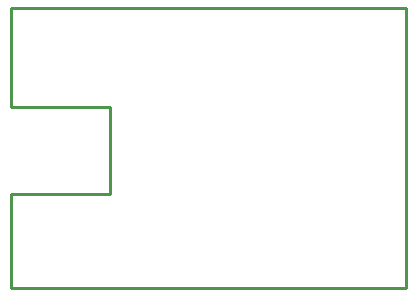
<source format=gko>
%FSLAX23Y23*%
%MOIN*%
G70*
G01*
G75*
G04 Layer_Color=16711935*
%ADD10R,0.118X0.059*%
%ADD11R,0.118X0.039*%
%ADD12R,0.031X0.035*%
%ADD13C,0.010*%
%ADD14C,0.060*%
%ADD15C,0.039*%
%ADD16C,0.236*%
%ADD17C,0.000*%
%ADD18C,0.000*%
%ADD19C,0.020*%
%ADD20C,0.059*%
%ADD21R,0.126X0.067*%
%ADD22R,0.126X0.047*%
%ADD23R,0.039X0.043*%
%ADD24C,0.068*%
%ADD25C,0.001*%
D13*
X0Y935D02*
X1315D01*
X0Y0D02*
X1315D01*
Y935D01*
X0Y605D02*
Y935D01*
Y0D02*
Y315D01*
Y605D02*
X330D01*
X0Y315D02*
X330D01*
Y605D01*
M02*

</source>
